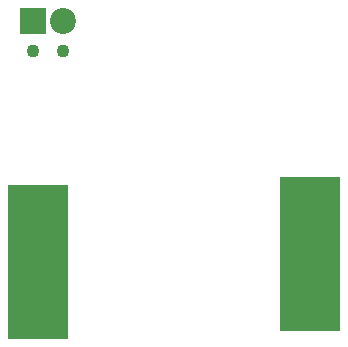
<source format=gbs>
%TF.GenerationSoftware,KiCad,Pcbnew,5.99.0-unknown-b691c18bfc~117~ubuntu20.10.1*%
%TF.CreationDate,2021-03-07T12:14:31-07:00*%
%TF.ProjectId,maam-011132,6d61616d-2d30-4313-9131-33322e6b6963,rev?*%
%TF.SameCoordinates,Original*%
%TF.FileFunction,Soldermask,Bot*%
%TF.FilePolarity,Negative*%
%FSLAX46Y46*%
G04 Gerber Fmt 4.6, Leading zero omitted, Abs format (unit mm)*
G04 Created by KiCad (PCBNEW 5.99.0-unknown-b691c18bfc~117~ubuntu20.10.1) date 2021-03-07 12:14:31*
%MOMM*%
%LPD*%
G01*
G04 APERTURE LIST*
%ADD10C,0.500000*%
%ADD11C,3.000000*%
%ADD12R,5.100000X13.000000*%
%ADD13C,1.100000*%
%ADD14C,2.200000*%
%ADD15R,2.200000X2.200000*%
G04 APERTURE END LIST*
D10*
%TO.C,J4*%
X99835000Y-65125000D03*
X99835000Y-68125000D03*
D11*
X102225000Y-73800000D03*
D10*
X99835000Y-67125000D03*
X99835000Y-71925000D03*
X99835000Y-72925000D03*
X99835000Y-73925000D03*
D12*
X101985000Y-69125000D03*
D11*
X102225000Y-64450000D03*
D10*
X99835000Y-63125000D03*
X99835000Y-66125000D03*
X99835000Y-74925000D03*
X99835000Y-69925000D03*
X99835000Y-64125000D03*
X99835000Y-70925000D03*
%TD*%
%TO.C,J3*%
X127100000Y-72475000D03*
X127100000Y-69475000D03*
D11*
X124710000Y-63800000D03*
D10*
X127100000Y-70475000D03*
X127100000Y-65675000D03*
X127100000Y-64675000D03*
X127100000Y-63675000D03*
D12*
X124950000Y-68475000D03*
D11*
X124710000Y-73150000D03*
D10*
X127100000Y-74475000D03*
X127100000Y-71475000D03*
X127100000Y-62675000D03*
X127100000Y-67675000D03*
X127100000Y-73475000D03*
X127100000Y-66675000D03*
%TD*%
D13*
%TO.C,J1*%
X104040000Y-51280000D03*
D14*
X104040000Y-48740000D03*
D13*
X101500000Y-51280000D03*
D15*
X101500000Y-48740000D03*
%TD*%
M02*

</source>
